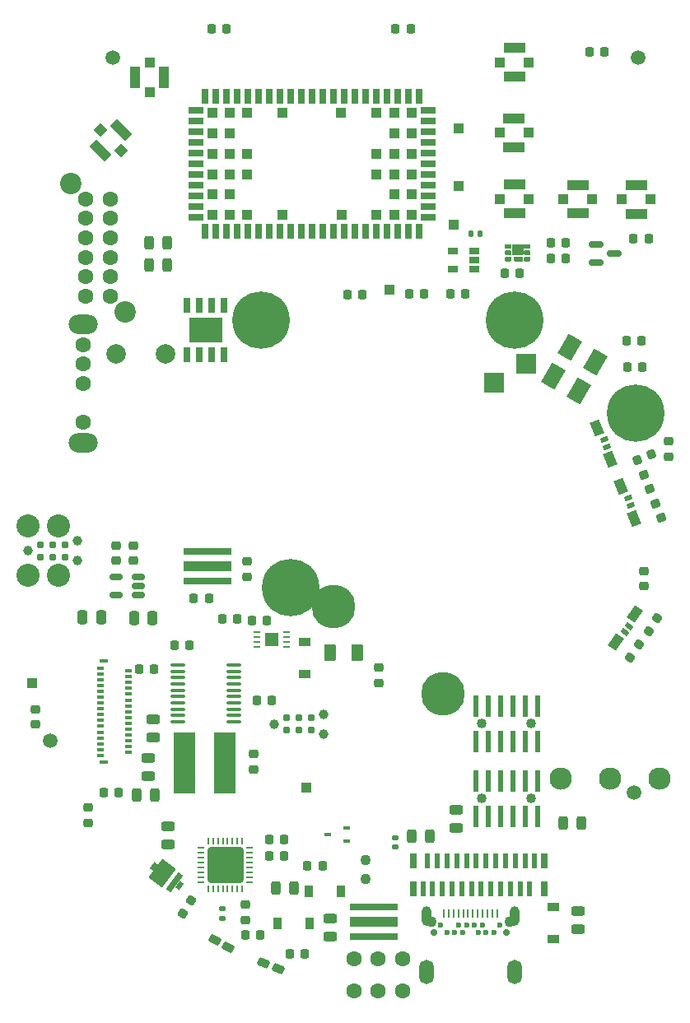
<source format=gbr>
G04 #@! TF.GenerationSoftware,KiCad,Pcbnew,6.0.11+dfsg-1~bpo11+1*
G04 #@! TF.CreationDate,2023-05-24T11:45:56-04:00*
G04 #@! TF.ProjectId,RUSP_Mainboard,52555350-5f4d-4616-996e-626f6172642e,rev?*
G04 #@! TF.SameCoordinates,Original*
G04 #@! TF.FileFunction,Soldermask,Top*
G04 #@! TF.FilePolarity,Negative*
%FSLAX46Y46*%
G04 Gerber Fmt 4.6, Leading zero omitted, Abs format (unit mm)*
G04 Created by KiCad (PCBNEW 6.0.11+dfsg-1~bpo11+1) date 2023-05-24 11:45:56*
%MOMM*%
%LPD*%
G01*
G04 APERTURE LIST*
G04 Aperture macros list*
%AMRoundRect*
0 Rectangle with rounded corners*
0 $1 Rounding radius*
0 $2 $3 $4 $5 $6 $7 $8 $9 X,Y pos of 4 corners*
0 Add a 4 corners polygon primitive as box body*
4,1,4,$2,$3,$4,$5,$6,$7,$8,$9,$2,$3,0*
0 Add four circle primitives for the rounded corners*
1,1,$1+$1,$2,$3*
1,1,$1+$1,$4,$5*
1,1,$1+$1,$6,$7*
1,1,$1+$1,$8,$9*
0 Add four rect primitives between the rounded corners*
20,1,$1+$1,$2,$3,$4,$5,0*
20,1,$1+$1,$4,$5,$6,$7,0*
20,1,$1+$1,$6,$7,$8,$9,0*
20,1,$1+$1,$8,$9,$2,$3,0*%
%AMRotRect*
0 Rectangle, with rotation*
0 The origin of the aperture is its center*
0 $1 length*
0 $2 width*
0 $3 Rotation angle, in degrees counterclockwise*
0 Add horizontal line*
21,1,$1,$2,0,0,$3*%
G04 Aperture macros list end*
%ADD10C,0.010000*%
%ADD11RoundRect,0.147500X0.172500X-0.147500X0.172500X0.147500X-0.172500X0.147500X-0.172500X-0.147500X0*%
%ADD12RoundRect,0.225000X-0.225000X-0.250000X0.225000X-0.250000X0.225000X0.250000X-0.225000X0.250000X0*%
%ADD13RoundRect,0.218750X-0.218750X-0.256250X0.218750X-0.256250X0.218750X0.256250X-0.218750X0.256250X0*%
%ADD14C,1.020000*%
%ADD15R,0.600000X2.250000*%
%ADD16C,2.300000*%
%ADD17R,0.800000X1.600000*%
%ADD18R,0.600000X1.600000*%
%ADD19R,1.200000X0.900000*%
%ADD20RoundRect,0.243750X-0.243750X-0.456250X0.243750X-0.456250X0.243750X0.456250X-0.243750X0.456250X0*%
%ADD21RoundRect,0.243750X0.456250X-0.243750X0.456250X0.243750X-0.456250X0.243750X-0.456250X-0.243750X0*%
%ADD22RoundRect,0.243750X0.243750X0.456250X-0.243750X0.456250X-0.243750X-0.456250X0.243750X-0.456250X0*%
%ADD23C,1.600000*%
%ADD24RoundRect,0.225000X0.225000X0.250000X-0.225000X0.250000X-0.225000X-0.250000X0.225000X-0.250000X0*%
%ADD25C,1.500000*%
%ADD26RoundRect,0.212500X-0.449585X-0.055039X0.297279X-0.341733X0.449585X0.055039X-0.297279X0.341733X0*%
%ADD27RoundRect,0.218750X-0.256250X0.218750X-0.256250X-0.218750X0.256250X-0.218750X0.256250X0.218750X0*%
%ADD28R,1.360000X1.460000*%
%ADD29R,0.750000X0.280000*%
%ADD30C,0.700000*%
%ADD31R,0.280000X0.890000*%
%ADD32C,0.600000*%
%ADD33O,1.000000X2.000000*%
%ADD34O,1.500000X2.500000*%
%ADD35C,1.100000*%
%ADD36R,0.800000X1.500000*%
%ADD37R,1.500000X0.800000*%
%ADD38R,1.100000X1.100000*%
%ADD39RoundRect,0.218750X0.256250X-0.218750X0.256250X0.218750X-0.256250X0.218750X-0.256250X-0.218750X0*%
%ADD40RoundRect,0.218750X-0.319536X0.106829X-0.155646X-0.298814X0.319536X-0.106829X0.155646X0.298814X0*%
%ADD41RoundRect,0.218750X0.084438X-0.326168X0.335378X0.032211X-0.084438X0.326168X-0.335378X-0.032211X0*%
%ADD42RoundRect,0.218750X-0.084438X0.326168X-0.335378X-0.032211X0.084438X-0.326168X0.335378X0.032211X0*%
%ADD43RoundRect,0.218750X0.218750X0.256250X-0.218750X0.256250X-0.218750X-0.256250X0.218750X-0.256250X0*%
%ADD44RoundRect,0.218750X0.319536X-0.106829X0.155646X0.298814X-0.319536X0.106829X-0.155646X-0.298814X0*%
%ADD45RoundRect,0.147500X-0.147500X-0.172500X0.147500X-0.172500X0.147500X0.172500X-0.147500X0.172500X0*%
%ADD46R,1.000000X1.000000*%
%ADD47R,1.050000X2.200000*%
%ADD48RotRect,1.000000X1.000000X45.000000*%
%ADD49RotRect,1.050000X2.200000X45.000000*%
%ADD50RoundRect,0.212500X-0.452942X0.000162X0.253416X-0.375415X0.452942X-0.000162X-0.253416X0.375415X0*%
%ADD51R,5.000000X0.700000*%
%ADD52R,5.000000X1.000000*%
%ADD53C,2.375000*%
%ADD54C,0.991000*%
%ADD55C,0.787000*%
%ADD56RoundRect,0.218750X-0.106829X-0.319536X0.298814X-0.155646X0.106829X0.319536X-0.298814X0.155646X0*%
%ADD57R,1.060000X0.650000*%
%ADD58RoundRect,0.243750X-0.456250X0.243750X-0.456250X-0.243750X0.456250X-0.243750X0.456250X0.243750X0*%
%ADD59R,0.700000X0.450000*%
%ADD60R,2.200000X6.300000*%
%ADD61R,2.200000X1.050000*%
%ADD62RoundRect,0.218750X0.101392X-0.321302X0.333232X0.049719X-0.101392X0.321302X-0.333232X-0.049719X0*%
%ADD63RotRect,0.800000X0.500000X53.000000*%
%ADD64RotRect,2.400000X1.750000X53.000000*%
%ADD65RotRect,2.150000X0.600000X53.000000*%
%ADD66RoundRect,0.150000X-0.587500X-0.150000X0.587500X-0.150000X0.587500X0.150000X-0.587500X0.150000X0*%
%ADD67R,0.950000X0.400000*%
%ADD68R,0.800000X0.300000*%
%ADD69R,0.650000X0.300000*%
%ADD70RoundRect,0.250000X-0.375000X-0.625000X0.375000X-0.625000X0.375000X0.625000X-0.375000X0.625000X0*%
%ADD71R,3.500000X2.610000*%
%ADD72RoundRect,0.147500X-0.172500X0.147500X-0.172500X-0.147500X0.172500X-0.147500X0.172500X0.147500X0*%
%ADD73RoundRect,0.225000X-0.250000X0.225000X-0.250000X-0.225000X0.250000X-0.225000X0.250000X0.225000X0*%
%ADD74RotRect,1.600000X2.300000X330.000000*%
%ADD75RoundRect,0.062500X0.312500X0.062500X-0.312500X0.062500X-0.312500X-0.062500X0.312500X-0.062500X0*%
%ADD76RoundRect,0.062500X0.062500X0.312500X-0.062500X0.312500X-0.062500X-0.312500X0.062500X-0.312500X0*%
%ADD77RoundRect,0.249999X1.575001X1.575001X-1.575001X1.575001X-1.575001X-1.575001X1.575001X-1.575001X0*%
%ADD78RoundRect,0.250000X-0.250000X-0.475000X0.250000X-0.475000X0.250000X0.475000X-0.250000X0.475000X0*%
%ADD79RoundRect,0.250000X0.250000X0.475000X-0.250000X0.475000X-0.250000X-0.475000X0.250000X-0.475000X0*%
%ADD80RoundRect,0.150000X0.512500X0.150000X-0.512500X0.150000X-0.512500X-0.150000X0.512500X-0.150000X0*%
%ADD81RoundRect,0.100000X0.637500X0.100000X-0.637500X0.100000X-0.637500X-0.100000X0.637500X-0.100000X0*%
%ADD82RotRect,0.500000X0.800000X112.000000*%
%ADD83RotRect,1.500000X1.000000X112.000000*%
%ADD84R,0.900000X1.200000*%
%ADD85R,2.000000X2.000000*%
%ADD86C,2.000000*%
%ADD87RotRect,0.500000X0.800000X55.000000*%
%ADD88RotRect,1.500000X1.000000X55.000000*%
%ADD89C,5.900000*%
%ADD90O,3.000000X2.000000*%
%ADD91C,2.200000*%
%ADD92C,4.500000*%
G04 APERTURE END LIST*
G36*
X163505234Y-78797637D02*
G01*
X163510453Y-78798048D01*
X163515643Y-78798731D01*
X163520791Y-78799685D01*
X163525882Y-78800907D01*
X163530902Y-78802394D01*
X163535837Y-78804142D01*
X163540674Y-78806145D01*
X163545399Y-78808399D01*
X163550000Y-78810897D01*
X163554464Y-78813633D01*
X163558779Y-78816598D01*
X163562932Y-78819785D01*
X163566913Y-78823186D01*
X163570711Y-78826789D01*
X163574314Y-78830587D01*
X163577715Y-78834568D01*
X163580902Y-78838721D01*
X163583867Y-78843036D01*
X163586603Y-78847500D01*
X163589101Y-78852101D01*
X163591355Y-78856826D01*
X163593358Y-78861663D01*
X163595106Y-78866598D01*
X163596593Y-78871618D01*
X163597815Y-78876709D01*
X163598769Y-78881857D01*
X163599452Y-78887047D01*
X163599863Y-78892266D01*
X163600000Y-78897500D01*
X163600000Y-79097500D01*
X163599863Y-79102734D01*
X163599452Y-79107953D01*
X163598769Y-79113143D01*
X163597815Y-79118291D01*
X163596593Y-79123382D01*
X163595106Y-79128402D01*
X163593358Y-79133337D01*
X163591355Y-79138174D01*
X163589101Y-79142899D01*
X163586603Y-79147500D01*
X163583867Y-79151964D01*
X163580902Y-79156279D01*
X163577715Y-79160432D01*
X163574314Y-79164413D01*
X163570711Y-79168211D01*
X163566913Y-79171814D01*
X163562932Y-79175215D01*
X163558779Y-79178402D01*
X163554464Y-79181367D01*
X163550000Y-79184103D01*
X163545399Y-79186601D01*
X163540674Y-79188855D01*
X163535837Y-79190858D01*
X163530902Y-79192606D01*
X163525882Y-79194093D01*
X163520791Y-79195315D01*
X163515643Y-79196269D01*
X163510453Y-79196952D01*
X163505234Y-79197363D01*
X163500000Y-79197500D01*
X163150000Y-79197500D01*
X163144766Y-79197363D01*
X163139547Y-79196952D01*
X163134357Y-79196269D01*
X163129209Y-79195315D01*
X163124118Y-79194093D01*
X163119098Y-79192606D01*
X163114163Y-79190858D01*
X163109326Y-79188855D01*
X163104601Y-79186601D01*
X163100000Y-79184103D01*
X163095536Y-79181367D01*
X163091221Y-79178402D01*
X163087068Y-79175215D01*
X163083087Y-79171814D01*
X163079289Y-79168211D01*
X163075686Y-79164413D01*
X163072285Y-79160432D01*
X163069098Y-79156279D01*
X163066133Y-79151964D01*
X163063397Y-79147500D01*
X163060899Y-79142899D01*
X163058645Y-79138174D01*
X163056642Y-79133337D01*
X163054894Y-79128402D01*
X163053407Y-79123382D01*
X163052185Y-79118291D01*
X163051231Y-79113143D01*
X163050548Y-79107953D01*
X163050137Y-79102734D01*
X163050000Y-79097500D01*
X163050000Y-78897500D01*
X163050137Y-78892266D01*
X163050548Y-78887047D01*
X163051231Y-78881857D01*
X163052185Y-78876709D01*
X163053407Y-78871618D01*
X163054894Y-78866598D01*
X163056642Y-78861663D01*
X163058645Y-78856826D01*
X163060899Y-78852101D01*
X163063397Y-78847500D01*
X163066133Y-78843036D01*
X163069098Y-78838721D01*
X163072285Y-78834568D01*
X163075686Y-78830587D01*
X163079289Y-78826789D01*
X163083087Y-78823186D01*
X163087068Y-78819785D01*
X163091221Y-78816598D01*
X163095536Y-78813633D01*
X163100000Y-78810897D01*
X163104601Y-78808399D01*
X163109326Y-78806145D01*
X163114163Y-78804142D01*
X163119098Y-78802394D01*
X163124118Y-78800907D01*
X163129209Y-78799685D01*
X163134357Y-78798731D01*
X163139547Y-78798048D01*
X163144766Y-78797637D01*
X163150000Y-78797500D01*
X163500000Y-78797500D01*
X163505234Y-78797637D01*
G37*
D10*
X163505234Y-78797637D02*
X163510453Y-78798048D01*
X163515643Y-78798731D01*
X163520791Y-78799685D01*
X163525882Y-78800907D01*
X163530902Y-78802394D01*
X163535837Y-78804142D01*
X163540674Y-78806145D01*
X163545399Y-78808399D01*
X163550000Y-78810897D01*
X163554464Y-78813633D01*
X163558779Y-78816598D01*
X163562932Y-78819785D01*
X163566913Y-78823186D01*
X163570711Y-78826789D01*
X163574314Y-78830587D01*
X163577715Y-78834568D01*
X163580902Y-78838721D01*
X163583867Y-78843036D01*
X163586603Y-78847500D01*
X163589101Y-78852101D01*
X163591355Y-78856826D01*
X163593358Y-78861663D01*
X163595106Y-78866598D01*
X163596593Y-78871618D01*
X163597815Y-78876709D01*
X163598769Y-78881857D01*
X163599452Y-78887047D01*
X163599863Y-78892266D01*
X163600000Y-78897500D01*
X163600000Y-79097500D01*
X163599863Y-79102734D01*
X163599452Y-79107953D01*
X163598769Y-79113143D01*
X163597815Y-79118291D01*
X163596593Y-79123382D01*
X163595106Y-79128402D01*
X163593358Y-79133337D01*
X163591355Y-79138174D01*
X163589101Y-79142899D01*
X163586603Y-79147500D01*
X163583867Y-79151964D01*
X163580902Y-79156279D01*
X163577715Y-79160432D01*
X163574314Y-79164413D01*
X163570711Y-79168211D01*
X163566913Y-79171814D01*
X163562932Y-79175215D01*
X163558779Y-79178402D01*
X163554464Y-79181367D01*
X163550000Y-79184103D01*
X163545399Y-79186601D01*
X163540674Y-79188855D01*
X163535837Y-79190858D01*
X163530902Y-79192606D01*
X163525882Y-79194093D01*
X163520791Y-79195315D01*
X163515643Y-79196269D01*
X163510453Y-79196952D01*
X163505234Y-79197363D01*
X163500000Y-79197500D01*
X163150000Y-79197500D01*
X163144766Y-79197363D01*
X163139547Y-79196952D01*
X163134357Y-79196269D01*
X163129209Y-79195315D01*
X163124118Y-79194093D01*
X163119098Y-79192606D01*
X163114163Y-79190858D01*
X163109326Y-79188855D01*
X163104601Y-79186601D01*
X163100000Y-79184103D01*
X163095536Y-79181367D01*
X163091221Y-79178402D01*
X163087068Y-79175215D01*
X163083087Y-79171814D01*
X163079289Y-79168211D01*
X163075686Y-79164413D01*
X163072285Y-79160432D01*
X163069098Y-79156279D01*
X163066133Y-79151964D01*
X163063397Y-79147500D01*
X163060899Y-79142899D01*
X163058645Y-79138174D01*
X163056642Y-79133337D01*
X163054894Y-79128402D01*
X163053407Y-79123382D01*
X163052185Y-79118291D01*
X163051231Y-79113143D01*
X163050548Y-79107953D01*
X163050137Y-79102734D01*
X163050000Y-79097500D01*
X163050000Y-78897500D01*
X163050137Y-78892266D01*
X163050548Y-78887047D01*
X163051231Y-78881857D01*
X163052185Y-78876709D01*
X163053407Y-78871618D01*
X163054894Y-78866598D01*
X163056642Y-78861663D01*
X163058645Y-78856826D01*
X163060899Y-78852101D01*
X163063397Y-78847500D01*
X163066133Y-78843036D01*
X163069098Y-78838721D01*
X163072285Y-78834568D01*
X163075686Y-78830587D01*
X163079289Y-78826789D01*
X163083087Y-78823186D01*
X163087068Y-78819785D01*
X163091221Y-78816598D01*
X163095536Y-78813633D01*
X163100000Y-78810897D01*
X163104601Y-78808399D01*
X163109326Y-78806145D01*
X163114163Y-78804142D01*
X163119098Y-78802394D01*
X163124118Y-78800907D01*
X163129209Y-78799685D01*
X163134357Y-78798731D01*
X163139547Y-78798048D01*
X163144766Y-78797637D01*
X163150000Y-78797500D01*
X163500000Y-78797500D01*
X163505234Y-78797637D01*
G36*
X164755234Y-78147637D02*
G01*
X164760453Y-78148048D01*
X164765643Y-78148731D01*
X164770791Y-78149685D01*
X164775882Y-78150907D01*
X164780902Y-78152394D01*
X164785837Y-78154142D01*
X164790674Y-78156145D01*
X164795399Y-78158399D01*
X164800000Y-78160897D01*
X164804464Y-78163633D01*
X164808779Y-78166598D01*
X164812932Y-78169785D01*
X164816913Y-78173186D01*
X164820711Y-78176789D01*
X164824314Y-78180587D01*
X164827715Y-78184568D01*
X164830902Y-78188721D01*
X164833867Y-78193036D01*
X164836603Y-78197500D01*
X164839101Y-78202101D01*
X164841355Y-78206826D01*
X164843358Y-78211663D01*
X164845106Y-78216598D01*
X164846593Y-78221618D01*
X164847815Y-78226709D01*
X164848769Y-78231857D01*
X164849452Y-78237047D01*
X164849863Y-78242266D01*
X164850000Y-78247500D01*
X164850000Y-79097500D01*
X164849863Y-79102734D01*
X164849452Y-79107953D01*
X164848769Y-79113143D01*
X164847815Y-79118291D01*
X164846593Y-79123382D01*
X164845106Y-79128402D01*
X164843358Y-79133337D01*
X164841355Y-79138174D01*
X164839101Y-79142899D01*
X164836603Y-79147500D01*
X164833867Y-79151964D01*
X164830902Y-79156279D01*
X164827715Y-79160432D01*
X164824314Y-79164413D01*
X164820711Y-79168211D01*
X164816913Y-79171814D01*
X164812932Y-79175215D01*
X164808779Y-79178402D01*
X164804464Y-79181367D01*
X164800000Y-79184103D01*
X164795399Y-79186601D01*
X164790674Y-79188855D01*
X164785837Y-79190858D01*
X164780902Y-79192606D01*
X164775882Y-79194093D01*
X164770791Y-79195315D01*
X164765643Y-79196269D01*
X164760453Y-79196952D01*
X164755234Y-79197363D01*
X164750000Y-79197500D01*
X163850000Y-79197500D01*
X163844766Y-79197363D01*
X163839547Y-79196952D01*
X163834357Y-79196269D01*
X163829209Y-79195315D01*
X163824118Y-79194093D01*
X163819098Y-79192606D01*
X163814163Y-79190858D01*
X163809326Y-79188855D01*
X163804601Y-79186601D01*
X163800000Y-79184103D01*
X163795536Y-79181367D01*
X163791221Y-79178402D01*
X163787068Y-79175215D01*
X163783087Y-79171814D01*
X163779289Y-79168211D01*
X163775686Y-79164413D01*
X163772285Y-79160432D01*
X163769098Y-79156279D01*
X163766133Y-79151964D01*
X163763397Y-79147500D01*
X163760899Y-79142899D01*
X163758645Y-79138174D01*
X163756642Y-79133337D01*
X163754894Y-79128402D01*
X163753407Y-79123382D01*
X163752185Y-79118291D01*
X163751231Y-79113143D01*
X163750548Y-79107953D01*
X163750137Y-79102734D01*
X163750000Y-79097500D01*
X163750000Y-78247500D01*
X163750137Y-78242266D01*
X163750548Y-78237047D01*
X163751231Y-78231857D01*
X163752185Y-78226709D01*
X163753407Y-78221618D01*
X163754894Y-78216598D01*
X163756642Y-78211663D01*
X163758645Y-78206826D01*
X163760899Y-78202101D01*
X163763397Y-78197500D01*
X163766133Y-78193036D01*
X163769098Y-78188721D01*
X163772285Y-78184568D01*
X163775686Y-78180587D01*
X163779289Y-78176789D01*
X163783087Y-78173186D01*
X163787068Y-78169785D01*
X163791221Y-78166598D01*
X163795536Y-78163633D01*
X163800000Y-78160897D01*
X163804601Y-78158399D01*
X163809326Y-78156145D01*
X163814163Y-78154142D01*
X163819098Y-78152394D01*
X163824118Y-78150907D01*
X163829209Y-78149685D01*
X163834357Y-78148731D01*
X163839547Y-78148048D01*
X163844766Y-78147637D01*
X163850000Y-78147500D01*
X164750000Y-78147500D01*
X164755234Y-78147637D01*
G37*
X164755234Y-78147637D02*
X164760453Y-78148048D01*
X164765643Y-78148731D01*
X164770791Y-78149685D01*
X164775882Y-78150907D01*
X164780902Y-78152394D01*
X164785837Y-78154142D01*
X164790674Y-78156145D01*
X164795399Y-78158399D01*
X164800000Y-78160897D01*
X164804464Y-78163633D01*
X164808779Y-78166598D01*
X164812932Y-78169785D01*
X164816913Y-78173186D01*
X164820711Y-78176789D01*
X164824314Y-78180587D01*
X164827715Y-78184568D01*
X164830902Y-78188721D01*
X164833867Y-78193036D01*
X164836603Y-78197500D01*
X164839101Y-78202101D01*
X164841355Y-78206826D01*
X164843358Y-78211663D01*
X164845106Y-78216598D01*
X164846593Y-78221618D01*
X164847815Y-78226709D01*
X164848769Y-78231857D01*
X164849452Y-78237047D01*
X164849863Y-78242266D01*
X164850000Y-78247500D01*
X164850000Y-79097500D01*
X164849863Y-79102734D01*
X164849452Y-79107953D01*
X164848769Y-79113143D01*
X164847815Y-79118291D01*
X164846593Y-79123382D01*
X164845106Y-79128402D01*
X164843358Y-79133337D01*
X164841355Y-79138174D01*
X164839101Y-79142899D01*
X164836603Y-79147500D01*
X164833867Y-79151964D01*
X164830902Y-79156279D01*
X164827715Y-79160432D01*
X164824314Y-79164413D01*
X164820711Y-79168211D01*
X164816913Y-79171814D01*
X164812932Y-79175215D01*
X164808779Y-79178402D01*
X164804464Y-79181367D01*
X164800000Y-79184103D01*
X164795399Y-79186601D01*
X164790674Y-79188855D01*
X164785837Y-79190858D01*
X164780902Y-79192606D01*
X164775882Y-79194093D01*
X164770791Y-79195315D01*
X164765643Y-79196269D01*
X164760453Y-79196952D01*
X164755234Y-79197363D01*
X164750000Y-79197500D01*
X163850000Y-79197500D01*
X163844766Y-79197363D01*
X163839547Y-79196952D01*
X163834357Y-79196269D01*
X163829209Y-79195315D01*
X163824118Y-79194093D01*
X163819098Y-79192606D01*
X163814163Y-79190858D01*
X163809326Y-79188855D01*
X163804601Y-79186601D01*
X163800000Y-79184103D01*
X163795536Y-79181367D01*
X163791221Y-79178402D01*
X163787068Y-79175215D01*
X163783087Y-79171814D01*
X163779289Y-79168211D01*
X163775686Y-79164413D01*
X163772285Y-79160432D01*
X163769098Y-79156279D01*
X163766133Y-79151964D01*
X163763397Y-79147500D01*
X163760899Y-79142899D01*
X163758645Y-79138174D01*
X163756642Y-79133337D01*
X163754894Y-79128402D01*
X163753407Y-79123382D01*
X163752185Y-79118291D01*
X163751231Y-79113143D01*
X163750548Y-79107953D01*
X163750137Y-79102734D01*
X163750000Y-79097500D01*
X163750000Y-78247500D01*
X163750137Y-78242266D01*
X163750548Y-78237047D01*
X163751231Y-78231857D01*
X163752185Y-78226709D01*
X163753407Y-78221618D01*
X163754894Y-78216598D01*
X163756642Y-78211663D01*
X163758645Y-78206826D01*
X163760899Y-78202101D01*
X163763397Y-78197500D01*
X163766133Y-78193036D01*
X163769098Y-78188721D01*
X163772285Y-78184568D01*
X163775686Y-78180587D01*
X163779289Y-78176789D01*
X163783087Y-78173186D01*
X163787068Y-78169785D01*
X163791221Y-78166598D01*
X163795536Y-78163633D01*
X163800000Y-78160897D01*
X163804601Y-78158399D01*
X163809326Y-78156145D01*
X163814163Y-78154142D01*
X163819098Y-78152394D01*
X163824118Y-78150907D01*
X163829209Y-78149685D01*
X163834357Y-78148731D01*
X163839547Y-78148048D01*
X163844766Y-78147637D01*
X163850000Y-78147500D01*
X164750000Y-78147500D01*
X164755234Y-78147637D01*
G36*
X165455234Y-79447637D02*
G01*
X165460453Y-79448048D01*
X165465643Y-79448731D01*
X165470791Y-79449685D01*
X165475882Y-79450907D01*
X165480902Y-79452394D01*
X165485837Y-79454142D01*
X165490674Y-79456145D01*
X165495399Y-79458399D01*
X165500000Y-79460897D01*
X165504464Y-79463633D01*
X165508779Y-79466598D01*
X165512932Y-79469785D01*
X165516913Y-79473186D01*
X165520711Y-79476789D01*
X165524314Y-79480587D01*
X165527715Y-79484568D01*
X165530902Y-79488721D01*
X165533867Y-79493036D01*
X165536603Y-79497500D01*
X165539101Y-79502101D01*
X165541355Y-79506826D01*
X165543358Y-79511663D01*
X165545106Y-79516598D01*
X165546593Y-79521618D01*
X165547815Y-79526709D01*
X165548769Y-79531857D01*
X165549452Y-79537047D01*
X165549863Y-79542266D01*
X165550000Y-79547500D01*
X165550000Y-79747500D01*
X165549863Y-79752734D01*
X165549452Y-79757953D01*
X165548769Y-79763143D01*
X165547815Y-79768291D01*
X165546593Y-79773382D01*
X165545106Y-79778402D01*
X165543358Y-79783337D01*
X165541355Y-79788174D01*
X165539101Y-79792899D01*
X165536603Y-79797500D01*
X165533867Y-79801964D01*
X165530902Y-79806279D01*
X165527715Y-79810432D01*
X165524314Y-79814413D01*
X165520711Y-79818211D01*
X165516913Y-79821814D01*
X165512932Y-79825215D01*
X165508779Y-79828402D01*
X165504464Y-79831367D01*
X165500000Y-79834103D01*
X165495399Y-79836601D01*
X165490674Y-79838855D01*
X165485837Y-79840858D01*
X165480902Y-79842606D01*
X165475882Y-79844093D01*
X165470791Y-79845315D01*
X165465643Y-79846269D01*
X165460453Y-79846952D01*
X165455234Y-79847363D01*
X165450000Y-79847500D01*
X165100000Y-79847500D01*
X165094766Y-79847363D01*
X165089547Y-79846952D01*
X165084357Y-79846269D01*
X165079209Y-79845315D01*
X165074118Y-79844093D01*
X165069098Y-79842606D01*
X165064163Y-79840858D01*
X165059326Y-79838855D01*
X165054601Y-79836601D01*
X165050000Y-79834103D01*
X165045536Y-79831367D01*
X165041221Y-79828402D01*
X165037068Y-79825215D01*
X165033087Y-79821814D01*
X165029289Y-79818211D01*
X165025686Y-79814413D01*
X165022285Y-79810432D01*
X165019098Y-79806279D01*
X165016133Y-79801964D01*
X165013397Y-79797500D01*
X165010899Y-79792899D01*
X165008645Y-79788174D01*
X165006642Y-79783337D01*
X165004894Y-79778402D01*
X165003407Y-79773382D01*
X165002185Y-79768291D01*
X165001231Y-79763143D01*
X165000548Y-79757953D01*
X165000137Y-79752734D01*
X165000000Y-79747500D01*
X165000000Y-79547500D01*
X165000137Y-79542266D01*
X165000548Y-79537047D01*
X165001231Y-79531857D01*
X165002185Y-79526709D01*
X165003407Y-79521618D01*
X165004894Y-79516598D01*
X165006642Y-79511663D01*
X165008645Y-79506826D01*
X165010899Y-79502101D01*
X165013397Y-79497500D01*
X165016133Y-79493036D01*
X165019098Y-79488721D01*
X165022285Y-79484568D01*
X165025686Y-79480587D01*
X165029289Y-79476789D01*
X165033087Y-79473186D01*
X165037068Y-79469785D01*
X165041221Y-79466598D01*
X165045536Y-79463633D01*
X165050000Y-79460897D01*
X165054601Y-79458399D01*
X165059326Y-79456145D01*
X165064163Y-79454142D01*
X165069098Y-79452394D01*
X165074118Y-79450907D01*
X165079209Y-79449685D01*
X165084357Y-79448731D01*
X165089547Y-79448048D01*
X165094766Y-79447637D01*
X165100000Y-79447500D01*
X165450000Y-79447500D01*
X165455234Y-79447637D01*
G37*
X165455234Y-79447637D02*
X165460453Y-79448048D01*
X165465643Y-79448731D01*
X165470791Y-79449685D01*
X165475882Y-79450907D01*
X165480902Y-79452394D01*
X165485837Y-79454142D01*
X165490674Y-79456145D01*
X165495399Y-79458399D01*
X165500000Y-79460897D01*
X165504464Y-79463633D01*
X165508779Y-79466598D01*
X165512932Y-79469785D01*
X165516913Y-79473186D01*
X165520711Y-79476789D01*
X165524314Y-79480587D01*
X165527715Y-79484568D01*
X165530902Y-79488721D01*
X165533867Y-79493036D01*
X165536603Y-79497500D01*
X165539101Y-79502101D01*
X165541355Y-79506826D01*
X165543358Y-79511663D01*
X165545106Y-79516598D01*
X165546593Y-79521618D01*
X165547815Y-79526709D01*
X165548769Y-79531857D01*
X165549452Y-79537047D01*
X165549863Y-79542266D01*
X165550000Y-79547500D01*
X165550000Y-79747500D01*
X165549863Y-79752734D01*
X165549452Y-79757953D01*
X165548769Y-79763143D01*
X165547815Y-79768291D01*
X165546593Y-79773382D01*
X165545106Y-79778402D01*
X165543358Y-79783337D01*
X165541355Y-79788174D01*
X165539101Y-79792899D01*
X165536603Y-79797500D01*
X165533867Y-79801964D01*
X165530902Y-79806279D01*
X165527715Y-79810432D01*
X165524314Y-79814413D01*
X165520711Y-79818211D01*
X165516913Y-79821814D01*
X165512932Y-79825215D01*
X165508779Y-79828402D01*
X165504464Y-79831367D01*
X165500000Y-79834103D01*
X165495399Y-79836601D01*
X165490674Y-79838855D01*
X165485837Y-79840858D01*
X165480902Y-79842606D01*
X165475882Y-79844093D01*
X165470791Y-79845315D01*
X165465643Y-79846269D01*
X165460453Y-79846952D01*
X165455234Y-79847363D01*
X165450000Y-79847500D01*
X165100000Y-79847500D01*
X165094766Y-79847363D01*
X165089547Y-79846952D01*
X165084357Y-79846269D01*
X165079209Y-79845315D01*
X165074118Y-79844093D01*
X165069098Y-79842606D01*
X165064163Y-79840858D01*
X165059326Y-79838855D01*
X165054601Y-79836601D01*
X165050000Y-79834103D01*
X165045536Y-79831367D01*
X165041221Y-79828402D01*
X165037068Y-79825215D01*
X165033087Y-79821814D01*
X165029289Y-79818211D01*
X165025686Y-79814413D01*
X165022285Y-79810432D01*
X165019098Y-79806279D01*
X165016133Y-79801964D01*
X165013397Y-79797500D01*
X165010899Y-79792899D01*
X165008645Y-79788174D01*
X165006642Y-79783337D01*
X165004894Y-79778402D01*
X165003407Y-79773382D01*
X165002185Y-79768291D01*
X165001231Y-79763143D01*
X165000548Y-79757953D01*
X165000137Y-79752734D01*
X165000000Y-79747500D01*
X165000000Y-79547500D01*
X165000137Y-79542266D01*
X165000548Y-79537047D01*
X165001231Y-79531857D01*
X165002185Y-79526709D01*
X165003407Y-79521618D01*
X165004894Y-79516598D01*
X165006642Y-79511663D01*
X165008645Y-79506826D01*
X165010899Y-79502101D01*
X165013397Y-79497500D01*
X165016133Y-79493036D01*
X165019098Y-79488721D01*
X165022285Y-79484568D01*
X165025686Y-79480587D01*
X165029289Y-79476789D01*
X165033087Y-79473186D01*
X165037068Y-79469785D01*
X165041221Y-79466598D01*
X165045536Y-79463633D01*
X165050000Y-79460897D01*
X165054601Y-79458399D01*
X165059326Y-79456145D01*
X165064163Y-79454142D01*
X165069098Y-79452394D01*
X165074118Y-79450907D01*
X165079209Y-79449685D01*
X165084357Y-79448731D01*
X165089547Y-79448048D01*
X165094766Y-79447637D01*
X165100000Y-79447500D01*
X165450000Y-79447500D01*
X165455234Y-79447637D01*
G36*
X163505234Y-79447637D02*
G01*
X163510453Y-79448048D01*
X163515643Y-79448731D01*
X163520791Y-79449685D01*
X163525882Y-79450907D01*
X163530902Y-79452394D01*
X163535837Y-79454142D01*
X163540674Y-79456145D01*
X163545399Y-79458399D01*
X163550000Y-79460897D01*
X163554464Y-79463633D01*
X163558779Y-79466598D01*
X163562932Y-79469785D01*
X163566913Y-79473186D01*
X163570711Y-79476789D01*
X163574314Y-79480587D01*
X163577715Y-79484568D01*
X163580902Y-79488721D01*
X163583867Y-79493036D01*
X163586603Y-79497500D01*
X163589101Y-79502101D01*
X163591355Y-79506826D01*
X163593358Y-79511663D01*
X163595106Y-79516598D01*
X163596593Y-79521618D01*
X163597815Y-79526709D01*
X163598769Y-79531857D01*
X163599452Y-79537047D01*
X163599863Y-79542266D01*
X163600000Y-79547500D01*
X163600000Y-79747500D01*
X163599863Y-79752734D01*
X163599452Y-79757953D01*
X163598769Y-79763143D01*
X163597815Y-79768291D01*
X163596593Y-79773382D01*
X163595106Y-79778402D01*
X163593358Y-79783337D01*
X163591355Y-79788174D01*
X163589101Y-79792899D01*
X163586603Y-79797500D01*
X163583867Y-79801964D01*
X163580902Y-79806279D01*
X163577715Y-79810432D01*
X163574314Y-79814413D01*
X163570711Y-79818211D01*
X163566913Y-79821814D01*
X163562932Y-79825215D01*
X163558779Y-79828402D01*
X163554464Y-79831367D01*
X163550000Y-79834103D01*
X163545399Y-79836601D01*
X163540674Y-79838855D01*
X163535837Y-79840858D01*
X163530902Y-79842606D01*
X163525882Y-79844093D01*
X163520791Y-79845315D01*
X163515643Y-79846269D01*
X163510453Y-79846952D01*
X163505234Y-79847363D01*
X163500000Y-79847500D01*
X163150000Y-79847500D01*
X163144766Y-79847363D01*
X163139547Y-79846952D01*
X163134357Y-79846269D01*
X163129209Y-79845315D01*
X163124118Y-79844093D01*
X163119098Y-79842606D01*
X163114163Y-79840858D01*
X163109326Y-79838855D01*
X163104601Y-79836601D01*
X163100000Y-79834103D01*
X163095536Y-79831367D01*
X163091221Y-79828402D01*
X163087068Y-79825215D01*
X163083087Y-79821814D01*
X163079289Y-79818211D01*
X163075686Y-79814413D01*
X163072285Y-79810432D01*
X163069098Y-79806279D01*
X163066133Y-79801964D01*
X163063397Y-79797500D01*
X163060899Y-79792899D01*
X163058645Y-79788174D01*
X163056642Y-79783337D01*
X163054894Y-79778402D01*
X163053407Y-79773382D01*
X163052185Y-79768291D01*
X163051231Y-79763143D01*
X163050548Y-79757953D01*
X163050137Y-79752734D01*
X163050000Y-79747500D01*
X163050000Y-79547500D01*
X163050137Y-79542266D01*
X163050548Y-79537047D01*
X163051231Y-79531857D01*
X163052185Y-79526709D01*
X163053407Y-79521618D01*
X163054894Y-79516598D01*
X163056642Y-79511663D01*
X163058645Y-79506826D01*
X163060899Y-79502101D01*
X163063397Y-79497500D01*
X163066133Y-79493036D01*
X163069098Y-79488721D01*
X163072285Y-79484568D01*
X163075686Y-79480587D01*
X163079289Y-79476789D01*
X163083087Y-79473186D01*
X163087068Y-79469785D01*
X163091221Y-79466598D01*
X163095536Y-79463633D01*
X163100000Y-79460897D01*
X163104601Y-79458399D01*
X163109326Y-79456145D01*
X163114163Y-79454142D01*
X163119098Y-79452394D01*
X163124118Y-79450907D01*
X163129209Y-79449685D01*
X163134357Y-79448731D01*
X163139547Y-79448048D01*
X163144766Y-79447637D01*
X163150000Y-79447500D01*
X163500000Y-79447500D01*
X163505234Y-79447637D01*
G37*
X163505234Y-79447637D02*
X163510453Y-79448048D01*
X163515643Y-79448731D01*
X163520791Y-79449685D01*
X163525882Y-79450907D01*
X163530902Y-79452394D01*
X163535837Y-79454142D01*
X163540674Y-79456145D01*
X163545399Y-79458399D01*
X163550000Y-79460897D01*
X163554464Y-79463633D01*
X163558779Y-79466598D01*
X163562932Y-79469785D01*
X163566913Y-79473186D01*
X163570711Y-79476789D01*
X163574314Y-79480587D01*
X163577715Y-79484568D01*
X163580902Y-79488721D01*
X163583867Y-79493036D01*
X163586603Y-79497500D01*
X163589101Y-79502101D01*
X163591355Y-79506826D01*
X163593358Y-79511663D01*
X163595106Y-79516598D01*
X163596593Y-79521618D01*
X163597815Y-79526709D01*
X163598769Y-79531857D01*
X163599452Y-79537047D01*
X163599863Y-79542266D01*
X163600000Y-79547500D01*
X163600000Y-79747500D01*
X163599863Y-79752734D01*
X163599452Y-79757953D01*
X163598769Y-79763143D01*
X163597815Y-79768291D01*
X163596593Y-79773382D01*
X163595106Y-79778402D01*
X163593358Y-79783337D01*
X163591355Y-79788174D01*
X163589101Y-79792899D01*
X163586603Y-79797500D01*
X163583867Y-79801964D01*
X163580902Y-79806279D01*
X163577715Y-79810432D01*
X163574314Y-79814413D01*
X163570711Y-79818211D01*
X163566913Y-79821814D01*
X163562932Y-79825215D01*
X163558779Y-79828402D01*
X163554464Y-79831367D01*
X163550000Y-79834103D01*
X163545399Y-79836601D01*
X163540674Y-79838855D01*
X163535837Y-79840858D01*
X163530902Y-79842606D01*
X163525882Y-79844093D01*
X163520791Y-79845315D01*
X163515643Y-79846269D01*
X163510453Y-79846952D01*
X163505234Y-79847363D01*
X163500000Y-79847500D01*
X163150000Y-79847500D01*
X163144766Y-79847363D01*
X163139547Y-79846952D01*
X163134357Y-79846269D01*
X163129209Y-79845315D01*
X163124118Y-79844093D01*
X163119098Y-79842606D01*
X163114163Y-79840858D01*
X163109326Y-79838855D01*
X163104601Y-79836601D01*
X163100000Y-79834103D01*
X163095536Y-79831367D01*
X163091221Y-79828402D01*
X163087068Y-79825215D01*
X163083087Y-79821814D01*
X163079289Y-79818211D01*
X163075686Y-79814413D01*
X163072285Y-79810432D01*
X163069098Y-79806279D01*
X163066133Y-79801964D01*
X163063397Y-79797500D01*
X163060899Y-79792899D01*
X163058645Y-79788174D01*
X163056642Y-79783337D01*
X163054894Y-79778402D01*
X163053407Y-79773382D01*
X163052185Y-79768291D01*
X163051231Y-79763143D01*
X163050548Y-79757953D01*
X163050137Y-79752734D01*
X163050000Y-79747500D01*
X163050000Y-79547500D01*
X163050137Y-79542266D01*
X163050548Y-79537047D01*
X163051231Y-79531857D01*
X163052185Y-79526709D01*
X163053407Y-79521618D01*
X163054894Y-79516598D01*
X163056642Y-79511663D01*
X163058645Y-79506826D01*
X163060899Y-79502101D01*
X163063397Y-79497500D01*
X163066133Y-79493036D01*
X163069098Y-79488721D01*
X163072285Y-79484568D01*
X163075686Y-79480587D01*
X163079289Y-79476789D01*
X163083087Y-79473186D01*
X163087068Y-79469785D01*
X163091221Y-79466598D01*
X163095536Y-79463633D01*
X163100000Y-79460897D01*
X163104601Y-79458399D01*
X163109326Y-79456145D01*
X163114163Y-79454142D01*
X163119098Y-79452394D01*
X163124118Y-79450907D01*
X163129209Y-79449685D01*
X163134357Y-79448731D01*
X163139547Y-79448048D01*
X163144766Y-79447637D01*
X163150000Y-79447500D01*
X163500000Y-79447500D01*
X163505234Y-79447637D01*
G36*
X163505234Y-78147637D02*
G01*
X163510453Y-78148048D01*
X163515643Y-78148731D01*
X163520791Y-78149685D01*
X163525882Y-78150907D01*
X163530902Y-78152394D01*
X163535837Y-78154142D01*
X163540674Y-78156145D01*
X163545399Y-78158399D01*
X163550000Y-78160897D01*
X163554464Y-78163633D01*
X163558779Y-78166598D01*
X163562932Y-78169785D01*
X163566913Y-78173186D01*
X163570711Y-78176789D01*
X163574314Y-78180587D01*
X163577715Y-78184568D01*
X163580902Y-78188721D01*
X163583867Y-78193036D01*
X163586603Y-78197500D01*
X163589101Y-78202101D01*
X163591355Y-78206826D01*
X163593358Y-78211663D01*
X163595106Y-78216598D01*
X163596593Y-78221618D01*
X163597815Y-78226709D01*
X163598769Y-78231857D01*
X163599452Y-78237047D01*
X163599863Y-78242266D01*
X163600000Y-78247500D01*
X163600000Y-78447500D01*
X163599863Y-78452734D01*
X163599452Y-78457953D01*
X163598769Y-78463143D01*
X163597815Y-78468291D01*
X163596593Y-78473382D01*
X163595106Y-78478402D01*
X163593358Y-78483337D01*
X163591355Y-78488174D01*
X163589101Y-78492899D01*
X163586603Y-78497500D01*
X163583867Y-78501964D01*
X163580902Y-78506279D01*
X163577715Y-78510432D01*
X163574314Y-78514413D01*
X163570711Y-78518211D01*
X163566913Y-78521814D01*
X163562932Y-78525215D01*
X163558779Y-78528402D01*
X163554464Y-78531367D01*
X163550000Y-78534103D01*
X163545399Y-78536601D01*
X163540674Y-78538855D01*
X163535837Y-78540858D01*
X163530902Y-78542606D01*
X163525882Y-78544093D01*
X163520791Y-78545315D01*
X163515643Y-78546269D01*
X163510453Y-78546952D01*
X163505234Y-78547363D01*
X163500000Y-78547500D01*
X163150000Y-78547500D01*
X163144766Y-78547363D01*
X163139547Y-78546952D01*
X163134357Y-78546269D01*
X163129209Y-78545315D01*
X163124118Y-78544093D01*
X163119098Y-78542606D01*
X163114163Y-78540858D01*
X163109326Y-78538855D01*
X163104601Y-78536601D01*
X163100000Y-78534103D01*
X163095536Y-78531367D01*
X163091221Y-78528402D01*
X163087068Y-78525215D01*
X163083087Y-78521814D01*
X163079289Y-78518211D01*
X163075686Y-78514413D01*
X163072285Y-78510432D01*
X163069098Y-78506279D01*
X163066133Y-78501964D01*
X163063397Y-78497500D01*
X163060899Y-78492899D01*
X163058645Y-78488174D01*
X163056642Y-78483337D01*
X163054894Y-78478402D01*
X163053407Y-78473382D01*
X163052185Y-78468291D01*
X163051231Y-78463143D01*
X163050548Y-78457953D01*
X163050137Y-78452734D01*
X163050000Y-78447500D01*
X163050000Y-78247500D01*
X163050137Y-78242266D01*
X163050548Y-78237047D01*
X163051231Y-78231857D01*
X163052185Y-78226709D01*
X163053407Y-78221618D01*
X163054894Y-78216598D01*
X163056642Y-78211663D01*
X163058645Y-78206826D01*
X163060899Y-78202101D01*
X163063397Y-78197500D01*
X163066133Y-78193036D01*
X163069098Y-78188721D01*
X163072285Y-78184568D01*
X163075686Y-78180587D01*
X163079289Y-78176789D01*
X163083087Y-78173186D01*
X163087068Y-78169785D01*
X163091221Y-78166598D01*
X163095536Y-78163633D01*
X163100000Y-78160897D01*
X163104601Y-78158399D01*
X163109326Y-78156145D01*
X163114163Y-78154142D01*
X163119098Y-78152394D01*
X163124118Y-78150907D01*
X163129209Y-78149685D01*
X163134357Y-78148731D01*
X163139547Y-78148048D01*
X163144766Y-78147637D01*
X163150000Y-78147500D01*
X163500000Y-78147500D01*
X163505234Y-78147637D01*
G37*
X163505234Y-78147637D02*
X163510453Y-78148048D01*
X163515643Y-78148731D01*
X163520791Y-78149685D01*
X163525882Y-78150907D01*
X163530902Y-78152394D01*
X163535837Y-78154142D01*
X163540674Y-78156145D01*
X163545399Y-78158399D01*
X163550000Y-78160897D01*
X163554464Y-78163633D01*
X163558779Y-78166598D01*
X163562932Y-78169785D01*
X163566913Y-78173186D01*
X163570711Y-78176789D01*
X163574314Y-78180587D01*
X163577715Y-78184568D01*
X163580902Y-78188721D01*
X163583867Y-78193036D01*
X163586603Y-78197500D01*
X163589101Y-78202101D01*
X163591355Y-78206826D01*
X163593358Y-78211663D01*
X163595106Y-78216598D01*
X163596593Y-78221618D01*
X163597815Y-78226709D01*
X163598769Y-78231857D01*
X163599452Y-78237047D01*
X163599863Y-78242266D01*
X163600000Y-78247500D01*
X163600000Y-78447500D01*
X163599863Y-78452734D01*
X163599452Y-78457953D01*
X163598769Y-78463143D01*
X163597815Y-78468291D01*
X163596593Y-78473382D01*
X163595106Y-78478402D01*
X163593358Y-78483337D01*
X163591355Y-78488174D01*
X163589101Y-78492899D01*
X163586603Y-78497500D01*
X163583867Y-78501964D01*
X163580902Y-78506279D01*
X163577715Y-78510432D01*
X163574314Y-78514413D01*
X163570711Y-78518211D01*
X163566913Y-78521814D01*
X163562932Y-78525215D01*
X163558779Y-78528402D01*
X163554464Y-78531367D01*
X163550000Y-78534103D01*
X163545399Y-78536601D01*
X163540674Y-78538855D01*
X163535837Y-78540858D01*
X163530902Y-78542606D01*
X163525882Y-78544093D01*
X163520791Y-78545315D01*
X163515643Y-78546269D01*
X163510453Y-78546952D01*
X163505234Y-78547363D01*
X163500000Y-78547500D01*
X163150000Y-78547500D01*
X163144766Y-78547363D01*
X163139547Y-78546952D01*
X163134357Y-78546269D01*
X163129209Y-78545315D01*
X163124118Y-78544093D01*
X163119098Y-78542606D01*
X163114163Y-78540858D01*
X163109326Y-78538855D01*
X163104601Y-78536601D01*
X163100000Y-78534103D01*
X163095536Y-78531367D01*
X163091221Y-78528402D01*
X163087068Y-78525215D01*
X163083087Y-78521814D01*
X163079289Y-78518211D01*
X163075686Y-78514413D01*
X163072285Y-78510432D01*
X163069098Y-78506279D01*
X163066133Y-78501964D01*
X163063397Y-78497500D01*
X163060899Y-78492899D01*
X163058645Y-78488174D01*
X163056642Y-78483337D01*
X163054894Y-78478402D01*
X163053407Y-78473382D01*
X163052185Y-78468291D01*
X163051231Y-78463143D01*
X163050548Y-78457953D01*
X163050137Y-78452734D01*
X163050000Y-78447500D01*
X163050000Y-78247500D01*
X163050137Y-78242266D01*
X163050548Y-78237047D01*
X163051231Y-78231857D01*
X163052185Y-78226709D01*
X163053407Y-78221618D01*
X163054894Y-78216598D01*
X163056642Y-78211663D01*
X163058645Y-78206826D01*
X163060899Y-78202101D01*
X163063397Y-78197500D01*
X163066133Y-78193036D01*
X163069098Y-78188721D01*
X163072285Y-78184568D01*
X163075686Y-78180587D01*
X163079289Y-78176789D01*
X163083087Y-78173186D01*
X163087068Y-78169785D01*
X163091221Y-78166598D01*
X163095536Y-78163633D01*
X163100000Y-78160897D01*
X163104601Y-78158399D01*
X163109326Y-78156145D01*
X163114163Y-78154142D01*
X163119098Y-78152394D01*
X163124118Y-78150907D01*
X163129209Y-78149685D01*
X163134357Y-78148731D01*
X163139547Y-78148048D01*
X163144766Y-78147637D01*
X163150000Y-78147500D01*
X163500000Y-78147500D01*
X163505234Y-78147637D01*
G36*
X165455234Y-78147637D02*
G01*
X165460453Y-78148048D01*
X165465643Y-78148731D01*
X165470791Y-78149685D01*
X165475882Y-78150907D01*
X165480902Y-78152394D01*
X165485837Y-78154142D01*
X165490674Y-78156145D01*
X165495399Y-78158399D01*
X165500000Y-78160897D01*
X165504464Y-78163633D01*
X165508779Y-78166598D01*
X165512932Y-78169785D01*
X165516913Y-78173186D01*
X165520711Y-78176789D01*
X165524314Y-78180587D01*
X165527715Y-78184568D01*
X165530902Y-78188721D01*
X165533867Y-78193036D01*
X165536603Y-78197500D01*
X165539101Y-78202101D01*
X165541355Y-78206826D01*
X165543358Y-78211663D01*
X165545106Y-78216598D01*
X165546593Y-78221618D01*
X165547815Y-78226709D01*
X165548769Y-78231857D01*
X165549452Y-78237047D01*
X165549863Y-78242266D01*
X165550000Y-78247500D01*
X165550000Y-78447500D01*
X165549863Y-78452734D01*
X165549452Y-78457953D01*
X165548769Y-78463143D01*
X165547815Y-78468291D01*
X165546593Y-78473382D01*
X165545106Y-78478402D01*
X165543358Y-78483337D01*
X165541355Y-78488174D01*
X165539101Y-78492899D01*
X165536603Y-78497500D01*
X165533867Y-78501964D01*
X165530902Y-78506279D01*
X165527715Y-78510432D01*
X165524314Y-78514413D01*
X165520711Y-78518211D01*
X165516913Y-78521814D01*
X165512932Y-78525215D01*
X165508779Y-78528402D01*
X165504464Y-78531367D01*
X165500000Y-78534103D01*
X165495399Y-78536601D01*
X165490674Y-78538855D01*
X165485837Y-78540858D01*
X165480902Y-78542606D01*
X165475882Y-78544093D01*
X165470791Y-78545315D01*
X165465643Y-78546269D01*
X165460453Y-78546952D01*
X165455234Y-78547363D01*
X165450000Y-78547500D01*
X165100000Y-78547500D01*
X165094766Y-78547363D01*
X165089547Y-78546952D01*
X165084357Y-78546269D01*
X165079209Y-78545315D01*
X165074118Y-78544093D01*
X165069098Y-78542606D01*
X165064163Y-78540858D01*
X165059326Y-78538855D01*
X165054601Y-78536601D01*
X165050000Y-78534103D01*
X165045536Y-78531367D01*
X165041221Y-78528402D01*
X165037068Y-78525215D01*
X165033087Y-78521814D01*
X165029289Y-78518211D01*
X165025686Y-78514413D01*
X165022285Y-78510432D01*
X165019098Y-78506279D01*
X165016133Y-78501964D01*
X165013397Y-78497500D01*
X165010899Y-78492899D01*
X165008645Y-78488174D01*
X165006642Y-78483337D01*
X165004894Y-78478402D01*
X165003407Y-78473382D01*
X165002185Y-78468291D01*
X165001231Y-78463143D01*
X165000548Y-78457953D01*
X165000137Y-78452734D01*
X165000000Y-78447500D01*
X165000000Y-78247500D01*
X165000137Y-78242266D01*
X165000548Y-78237047D01*
X165001231Y-78231857D01*
X165002185Y-78226709D01*
X165003407Y-78221618D01*
X165004894Y-78216598D01*
X165006642Y-78211663D01*
X165008645Y-78206826D01*
X165010899Y-78202101D01*
X165013397Y-78197500D01*
X165016133Y-78193036D01*
X165019098Y-78188721D01*
X165022285Y-78184568D01*
X165025686Y-78180587D01*
X165029289Y-78176789D01*
X165033087Y-78173186D01*
X165037068Y-78169785D01*
X165041221Y-78166598D01*
X165045536Y-78163633D01*
X165050000Y-78160897D01*
X165054601Y-78158399D01*
X165059326Y-78156145D01*
X165064163Y-78154142D01*
X165069098Y-78152394D01*
X165074118Y-78150907D01*
X165079209Y-78149685D01*
X165084357Y-78148731D01*
X165089547Y-78148048D01*
X165094766Y-78147637D01*
X165100000Y-78147500D01*
X165450000Y-78147500D01*
X165455234Y-78147637D01*
G37*
X165455234Y-78147637D02*
X165460453Y-78148048D01*
X165465643Y-78148731D01*
X165470791Y-78149685D01*
X165475882Y-78150907D01*
X165480902Y-78152394D01*
X165485837Y-78154142D01*
X165490674Y-78156145D01*
X165495399Y-78158399D01*
X165500000Y-78160897D01*
X165504464Y-78163633D01*
X165508779Y-78166598D01*
X165512932Y-78169785D01*
X165516913Y-78173186D01*
X165520711Y-78176789D01*
X165524314Y-78180587D01*
X165527715Y-78184568D01*
X165530902Y-78188721D01*
X165533867Y-78193036D01*
X165536603Y-78197500D01*
X165539101Y-78202101D01*
X165541355Y-78206826D01*
X165543358Y-78211663D01*
X165545106Y-78216598D01*
X165546593Y-78221618D01*
X165547815Y-78226709D01*
X165548769Y-78231857D01*
X165549452Y-78237047D01*
X165549863Y-78242266D01*
X165550000Y-78247500D01*
X165550000Y-78447500D01*
X165549863Y-78452734D01*
X165549452Y-78457953D01*
X165548769Y-78463143D01*
X165547815Y-78468291D01*
X165546593Y-78473382D01*
X165545106Y-78478402D01*
X165543358Y-78483337D01*
X165541355Y-78488174D01*
X165539101Y-78492899D01*
X165536603Y-78497500D01*
X165533867Y-78501964D01*
X165530902Y-78506279D01*
X165527715Y-78510432D01*
X165524314Y-78514413D01*
X165520711Y-78518211D01*
X165516913Y-78521814D01*
X165512932Y-78525215D01*
X165508779Y-78528402D01*
X165504464Y-78531367D01*
X165500000Y-78534103D01*
X165495399Y-78536601D01*
X165490674Y-78538855D01*
X165485837Y-78540858D01*
X165480902Y-78542606D01*
X165475882Y-78544093D01*
X165470791Y-78545315D01*
X165465643Y-78546269D01*
X165460453Y-78546952D01*
X165455234Y-78547363D01*
X165450000Y-78547500D01*
X165100000Y-78547500D01*
X165094766Y-78547363D01*
X165089547Y-78546952D01*
X165084357Y-78546269D01*
X165079209Y-78545315D01*
X165074118Y-78544093D01*
X165069098Y-78542606D01*
X165064163Y-78540858D01*
X165059326Y-78538855D01*
X165054601Y-78536601D01*
X165050000Y-78534103D01*
X165045536Y-78531367D01*
X165041221Y-78528402D01*
X165037068Y-78525215D01*
X165033087Y-78521814D01*
X165029289Y-78518211D01*
X165025686Y-78514413D01*
X165022285Y-78510432D01*
X165019098Y-78506279D01*
X165016133Y-78501964D01*
X165013397Y-78497500D01*
X165010899Y-78492899D01*
X165008645Y-78488174D01*
X165006642Y-78483337D01*
X165004894Y-78478402D01*
X165003407Y-78473382D01*
X165002185Y-78468291D01*
X165001231Y-78463143D01*
X165000548Y-78457953D01*
X165000137Y-78452734D01*
X165000000Y-78447500D01*
X165000000Y-78247500D01*
X165000137Y-78242266D01*
X165000548Y-78237047D01*
X165001231Y-78231857D01*
X165002185Y-78226709D01*
X165003407Y-78221618D01*
X165004894Y-78216598D01*
X165006642Y-78211663D01*
X165008645Y-78206826D01*
X165010899Y-78202101D01*
X165013397Y-78197500D01*
X165016133Y-78193036D01*
X165019098Y-78188721D01*
X165022285Y-78184568D01*
X165025686Y-78180587D01*
X165029289Y-78176789D01*
X165033087Y-78173186D01*
X165037068Y-78169785D01*
X165041221Y-78166598D01*
X165045536Y-78163633D01*
X165050000Y-78160897D01*
X165054601Y-78158399D01*
X165059326Y-78156145D01*
X165064163Y-78154142D01*
X165069098Y-78152394D01*
X165074118Y-78150907D01*
X165079209Y-78149685D01*
X165084357Y-78148731D01*
X165089547Y-78148048D01*
X165094766Y-78147637D01*
X165100000Y-78147500D01*
X165450000Y-78147500D01*
X165455234Y-78147637D01*
G36*
X164725234Y-79447637D02*
G01*
X164730453Y-79448048D01*
X164735643Y-79448731D01*
X164740791Y-79449685D01*
X164745882Y-79450907D01*
X164750902Y-79452394D01*
X164755837Y-79454142D01*
X164760674Y-79456145D01*
X164765399Y-79458399D01*
X164770000Y-79460897D01*
X164774464Y-79463633D01*
X164778779Y-79466598D01*
X164782932Y-79469785D01*
X164786913Y-79473186D01*
X164790711Y-79476789D01*
X164794314Y-79480587D01*
X164797715Y-79484568D01*
X164800902Y-79488721D01*
X164803867Y-79493036D01*
X164806603Y-79497500D01*
X164809101Y-79502101D01*
X164811355Y-79506826D01*
X164813358Y-79511663D01*
X164815106Y-79516598D01*
X164816593Y-79521618D01*
X164817815Y-79526709D01*
X164818769Y-79531857D01*
X164819452Y-79537047D01*
X164819863Y-79542266D01*
X164820000Y-79547500D01*
X164820000Y-79747500D01*
X164819863Y-79752734D01*
X164819452Y-79757953D01*
X164818769Y-79763143D01*
X164817815Y-79768291D01*
X164816593Y-79773382D01*
X164815106Y-79778402D01*
X164813358Y-79783337D01*
X164811355Y-79788174D01*
X164809101Y-79792899D01*
X164806603Y-79797500D01*
X164803867Y-79801964D01*
X164800902Y-79806279D01*
X164797715Y-79810432D01*
X164794314Y-79814413D01*
X164790711Y-79818211D01*
X164786913Y-79821814D01*
X164782932Y-79825215D01*
X164778779Y-79828402D01*
X164774464Y-79831367D01*
X164770000Y-79834103D01*
X164765399Y-79836601D01*
X164760674Y-79838855D01*
X164755837Y-79840858D01*
X164750902Y-79842606D01*
X164745882Y-79844093D01*
X164740791Y-79845315D01*
X164735643Y-79846269D01*
X164730453Y-79846952D01*
X164725234Y-79847363D01*
X164720000Y-79847500D01*
X164070000Y-79847500D01*
X164064766Y-79847363D01*
X164059547Y-79846952D01*
X164054357Y-79846269D01*
X164049209Y-79845315D01*
X164044118Y-79844093D01*
X164039098Y-79842606D01*
X164034163Y-79840858D01*
X164029326Y-79838855D01*
X164024601Y-79836601D01*
X164020000Y-79834103D01*
X164015536Y-79831367D01*
X164011221Y-79828402D01*
X164007068Y-79825215D01*
X164003087Y-79821814D01*
X163999289Y-79818211D01*
X163995686Y-79814413D01*
X163992285Y-79810432D01*
X163989098Y-79806279D01*
X163986133Y-79801964D01*
X163983397Y-79797500D01*
X163980899Y-79792899D01*
X163978645Y-79788174D01*
X163976642Y-79783337D01*
X163974894Y-79778402D01*
X163973407Y-79773382D01*
X163972185Y-79768291D01*
X163971231Y-79763143D01*
X163970548Y-79757953D01*
X163970137Y-79752734D01*
X163970000Y-79747500D01*
X163970000Y-79547500D01*
X163970137Y-79542266D01*
X163970548Y-79537047D01*
X163971231Y-79531857D01*
X163972185Y-79526709D01*
X163973407Y-79521618D01*
X163974894Y-79516598D01*
X163976642Y-79511663D01*
X163978645Y-79506826D01*
X163980899Y-79502101D01*
X163983397Y-79497500D01*
X163986133Y-79493036D01*
X163989098Y-79488721D01*
X163992285Y-79484568D01*
X163995686Y-79480587D01*
X163999289Y-79476789D01*
X164003087Y-79473186D01*
X164007068Y-79469785D01*
X164011221Y-79466598D01*
X164015536Y-79463633D01*
X164020000Y-79460897D01*
X164024601Y-79458399D01*
X164029326Y-79456145D01*
X164034163Y-79454142D01*
X164039098Y-79452394D01*
X164044118Y-79450907D01*
X164049209Y-79449685D01*
X164054357Y-79448731D01*
X164059547Y-79448048D01*
X164064766Y-79447637D01*
X164070000Y-79447500D01*
X164720000Y-79447500D01*
X164725234Y-79447637D01*
G37*
X164725234Y-79447637D02*
X164730453Y-79448048D01*
X164735643Y-79448731D01*
X164740791Y-79449685D01*
X164745882Y-79450907D01*
X164750902Y-79452394D01*
X164755837Y-79454142D01*
X164760674Y-79456145D01*
X164765399Y-79458399D01*
X164770000Y-79460897D01*
X164774464Y-79463633D01*
X164778779Y-79466598D01*
X164782932Y-79469785D01*
X164786913Y-79473186D01*
X164790711Y-79476789D01*
X164794314Y-79480587D01*
X164797715Y-79484568D01*
X164800902Y-79488721D01*
X164803867Y-79493036D01*
X164806603Y-79497500D01*
X164809101Y-79502101D01*
X164811355Y-79506826D01*
X164813358Y-79511663D01*
X164815106Y-79516598D01*
X164816593Y-79521618D01*
X164817815Y-79526709D01*
X164818769Y-79531857D01*
X164819452Y-79537047D01*
X164819863Y-79542266D01*
X164820000Y-79547500D01*
X164820000Y-79747500D01*
X164819863Y-79752734D01*
X164819452Y-79757953D01*
X164818769Y-79763143D01*
X164817815Y-79768291D01*
X164816593Y-79773382D01*
X164815106Y-79778402D01*
X164813358Y-79783337D01*
X164811355Y-79788174D01*
X164809101Y-79792899D01*
X164806603Y-79797500D01*
X164803867Y-79801964D01*
X164800902Y-79806279D01*
X164797715Y-79810432D01*
X164794314Y-79814413D01*
X164790711Y-79818211D01*
X164786913Y-79821814D01*
X164782932Y-79825215D01*
X164778779Y-79828402D01*
X164774464Y-79831367D01*
X164770000Y-79834103D01*
X164765399Y-79836601D01*
X164760674Y-79838855D01*
X164755837Y-79840858D01*
X164750902Y-79842606D01*
X164745882Y-79844093D01*
X164740791Y-79845315D01*
X164735643Y-79846269D01*
X164730453Y-79846952D01*
X164725234Y-79847363D01*
X164720000Y-79847500D01*
X164070000Y-79847500D01*
X164064766Y-79847363D01*
X164059547Y-79846952D01*
X164054357Y-79846269D01*
X164049209Y-79845315D01*
X164044118Y-79844093D01*
X164039098Y-79842606D01*
X164034163Y-79840858D01*
X164029326Y-79838855D01*
X164024601Y-79836601D01*
X164020000Y-79834103D01*
X164015536Y-79831367D01*
X164011221Y-79828402D01*
X164007068Y-79825215D01*
X164003087Y-79821814D01*
X163999289Y-79818211D01*
X163995686Y-79814413D01*
X163992285Y-79810432D01*
X163989098Y-79806279D01*
X163986133Y-79801964D01*
X163983397Y-79797500D01*
X163980899Y-79792899D01*
X163978645Y-79788174D01*
X163976642Y-79783337D01*
X163974894Y-79778402D01*
X163973407Y-79773382D01*
X163972185Y-79768291D01*
X163971231Y-79763143D01*
X163970548Y-79757953D01*
X163970137Y-79752734D01*
X163970000Y-79747500D01*
X163970000Y-79547500D01*
X163970137Y-79542266D01*
X163970548Y-79537047D01*
X163971231Y-79531857D01*
X163972185Y-79526709D01*
X163973407Y-79521618D01*
X163974894Y-79516598D01*
X163976642Y-79511663D01*
X163978645Y-79506826D01*
X163980899Y-79502101D01*
X163983397Y-79497500D01*
X163986133Y-79493036D01*
X163989098Y-79488721D01*
X163992285Y-79484568D01*
X163995686Y-79480587D01*
X163999289Y-79476789D01*
X164003087Y-79473186D01*
X164007068Y-79469785D01*
X164011221Y-79466598D01*
X164015536Y-79463633D01*
X164020000Y-79460897D01*
X164024601Y-79458399D01*
X164029326Y-79456145D01*
X164034163Y-79454142D01*
X164039098Y-79452394D01*
X164044118Y-79450907D01*
X164049209Y-79449685D01*
X164054357Y-79448731D01*
X164059547Y-79448048D01*
X164064766Y-79447637D01*
X164070000Y-79447500D01*
X164720000Y-79447500D01*
X164725234Y-79447637D01*
G36*
X165455234Y-78797637D02*
G01*
X165460453Y-78798048D01*
X165465643Y-78798731D01*
X165470791Y-78799685D01*
X165475882Y-78800907D01*
X165480902Y-78802394D01*
X165485837Y-78804142D01*
X165490674Y-78806145D01*
X165495399Y-78808399D01*
X165500000Y-78810897D01*
X165504464Y-78813633D01*
X165508779Y-78816598D01*
X165512932Y-78819785D01*
X165516913Y-78823186D01*
X165520711Y-78826789D01*
X165524314Y-78830587D01*
X165527715Y-78834568D01*
X165530902Y-78838721D01*
X165533867Y-78843036D01*
X165536603Y-78847500D01*
X165539101Y-78852101D01*
X165541355Y-78856826D01*
X165543358Y-78861663D01*
X165545106Y-78866598D01*
X165546593Y-78871618D01*
X165547815Y-78876709D01*
X165548769Y-78881857D01*
X165549452Y-78887047D01*
X165549863Y-78892266D01*
X165550000Y-78897500D01*
X165550000Y-79097500D01*
X165549863Y-79102734D01*
X165549452Y-79107953D01*
X165548769Y-79113143D01*
X165547815Y-79118291D01*
X165546593Y-79123382D01*
X165545106Y-79128402D01*
X165543358Y-79133337D01*
X165541355Y-79138174D01*
X165539101Y-79142899D01*
X165536603Y-79147500D01*
X165533867Y-79151964D01*
X165530902Y-79156279D01*
X165527715Y-79160432D01*
X165524314Y-79164413D01*
X165520711Y-79168211D01*
X165516913Y-79171814D01*
X165512932Y-79175215D01*
X165508779Y-79178402D01*
X165504464Y-79181367D01*
X165500000Y-79184103D01*
X165495399Y-79186601D01*
X165490674Y-79188855D01*
X165485837Y-79190858D01*
X165480902Y-79192606D01*
X165475882Y-79194093D01*
X165470791Y-79195315D01*
X165465643Y-79196269D01*
X165460453Y-79196952D01*
X165455234Y-79197363D01*
X165450000Y-79197500D01*
X165100000Y-79197500D01*
X165094766Y-79197363D01*
X165089547Y-79196952D01*
X165084357Y-79196269D01*
X165079209Y-79195315D01*
X165074118Y-79194093D01*
X165069098Y-79192606D01*
X165064163Y-79190858D01*
X165059326Y-79188855D01*
X165054601Y-79186601D01*
X165050000Y-79184103D01*
X165045536Y-79181367D01*
X165041221Y-79178402D01*
X165037068Y-79175215D01*
X165033087Y-79171814D01*
X165029289Y-79168211D01*
X165025686Y-79164413D01*
X165022285Y-79160432D01*
X165019098Y-79156279D01*
X165016133Y-79151964D01*
X165013397Y-79147500D01*
X165010899Y-79142899D01*
X165008645Y-79138174D01*
X165006642Y-79133337D01*
X165004894Y-79128402D01*
X165003407Y-79123382D01*
X165002185Y-79118291D01*
X165001231Y-79113143D01*
X165000548Y-79107953D01*
X165000137Y-79102734D01*
X165000000Y-79097500D01*
X165000000Y-78897500D01*
X165000137Y-78892266D01*
X165000548Y-78887047D01*
X165001231Y-78881857D01*
X165002185Y-78876709D01*
X165003407Y-78871618D01*
X165004894Y-78866598D01*
X165006642Y-78861663D01*
X165008645Y-78856826D01*
X165010899Y-78852101D01*
X165013397Y-78847500D01*
X165016133Y-78843036D01*
X165019098Y-78838721D01*
X165022285Y-78834568D01*
X165025686Y-78830587D01*
X165029289Y-78826789D01*
X165033087Y-78823186D01*
X165037068Y-78819785D01*
X165041221Y-78816598D01*
X165045536Y-78813633D01*
X165050000Y-78810897D01*
X165054601Y-78808399D01*
X165059326Y-78806145D01*
X165064163Y-78804142D01*
X165069098Y-78802394D01*
X165074118Y-78800907D01*
X165079209Y-78799685D01*
X165084357Y-78798731D01*
X165089547Y-78798048D01*
X165094766Y-78797637D01*
X165100000Y-78797500D01*
X165450000Y-78797500D01*
X165455234Y-78797637D01*
G37*
X165455234Y-78797637D02*
X165460453Y-78798048D01*
X165465643Y-78798731D01*
X165470791Y-78799685D01*
X165475882Y-78800907D01*
X165480902Y-78802394D01*
X165485837Y-78804142D01*
X165490674Y-78806145D01*
X165495399Y-78808399D01*
X165500000Y-78810897D01*
X165504464Y-78813633D01*
X165508779Y-78816598D01*
X165512932Y-78819785D01*
X165516913Y-78823186D01*
X165520711Y-78826789D01*
X165524314Y-78830587D01*
X165527715Y-78834568D01*
X165530902Y-78838721D01*
X165533867Y-78843036D01*
X165536603Y-78847500D01*
X165539101Y-78852101D01*
X165541355Y-78856826D01*
X165543358Y-78861663D01*
X165545106Y-78866598D01*
X165546593Y-78871618D01*
X165547815Y-78876709D01*
X165548769Y-78881857D01*
X165549452Y-78887047D01*
X165549863Y-78892266D01*
X165550000Y-78897500D01*
X165550000Y-79097500D01*
X165549863Y-79102734D01*
X165549452Y-79107953D01*
X165548769Y-79113143D01*
X165547815Y-79118291D01*
X165546593Y-79123382D01*
X165545106Y-79128402D01*
X165543358Y-79133337D01*
X165541355Y-79138174D01*
X165539101Y-79142899D01*
X165536603Y-79147500D01*
X165533867Y-79151964D01*
X165530902Y-79156279D01*
X165527715Y-79160432D01*
X165524314Y-79164413D01*
X165520711Y-79168211D01*
X165516913Y-79171814D01*
X165512932Y-79175215D01*
X165508779Y-79178402D01*
X165504464Y-79181367D01*
X165500000Y-79184103D01*
X165495399Y-79186601D01*
X165490674Y-79188855D01*
X165485837Y-79190858D01*
X165480902Y-79192606D01*
X165475882Y-79194093D01*
X165470791Y-79195315D01*
X165465643Y-79196269D01*
X165460453Y-79196952D01*
X165455234Y-79197363D01*
X165450000Y-79197500D01*
X165100000Y-79197500D01*
X165094766Y-79197363D01*
X165089547Y-79196952D01*
X165084357Y-79196269D01*
X165079209Y-79195315D01*
X165074118Y-79194093D01*
X165069098Y-79192606D01*
X165064163Y-79190858D01*
X165059326Y-79188855D01*
X165054601Y-79186601D01*
X165050000Y-79184103D01*
X165045536Y-79181367D01*
X165041221Y-79178402D01*
X165037068Y-79175215D01*
X165033087Y-79171814D01*
X165029289Y-79168211D01*
X165025686Y-79164413D01*
X165022285Y-79160432D01*
X165019098Y-79156279D01*
X165016133Y-79151964D01*
X165013397Y-79147500D01*
X165010899Y-79142899D01*
X165008645Y-79138174D01*
X165006642Y-79133337D01*
X165004894Y-79128402D01*
X165003407Y-79123382D01*
X165002185Y-79118291D01*
X165001231Y-79113143D01*
X165000548Y-79107953D01*
X165000137Y-79102734D01*
X165000000Y-79097500D01*
X165000000Y-78897500D01*
X165000137Y-78892266D01*
X165000548Y-78887047D01*
X165001231Y-78881857D01*
X165002185Y-78876709D01*
X165003407Y-78871618D01*
X165004894Y-78866598D01*
X165006642Y-78861663D01*
X165008645Y-78856826D01*
X165010899Y-78852101D01*
X165013397Y-78847500D01*
X165016133Y-78843036D01*
X165019098Y-78838721D01*
X165022285Y-78834568D01*
X165025686Y-78830587D01*
X165029289Y-78826789D01*
X165033087Y-78823186D01*
X165037068Y-78819785D01*
X165041221Y-78816598D01*
X165045536Y-78813633D01*
X165050000Y-78810897D01*
X165054601Y-78808399D01*
X165059326Y-78806145D01*
X165064163Y-78804142D01*
X165069098Y-78802394D01*
X165074118Y-78800907D01*
X165079209Y-78799685D01*
X165084357Y-78798731D01*
X165089547Y-78798048D01*
X165094766Y-78797637D01*
X165100000Y-78797500D01*
X165450000Y-78797500D01*
X165455234Y-78797637D01*
D11*
X151800000Y-140185000D03*
X151800000Y-139215000D03*
D12*
X146850000Y-83350000D03*
X148400000Y-83350000D03*
D13*
X167732500Y-79660000D03*
X169307500Y-79660000D03*
D12*
X171740000Y-58400000D03*
X173290000Y-58400000D03*
D13*
X151802500Y-56040000D03*
X153377500Y-56040000D03*
D14*
X160660000Y-135200000D03*
X165740000Y-135200000D03*
D15*
X160025000Y-137000000D03*
X160025000Y-133400000D03*
X161300000Y-137000000D03*
X161295000Y-133400000D03*
X162565000Y-137000000D03*
X162565000Y-133400000D03*
X163835000Y-137000000D03*
X163835000Y-133400000D03*
X165105000Y-137000000D03*
X165105000Y-133400000D03*
X166375000Y-137000000D03*
X166375000Y-133400000D03*
D16*
X178930000Y-133100000D03*
X173850000Y-133100000D03*
X168770000Y-133100000D03*
D17*
X167100000Y-144500000D03*
X153600000Y-144500000D03*
X167100000Y-141600000D03*
X153600000Y-141600000D03*
D18*
X154600000Y-144500000D03*
X155100000Y-141600000D03*
X155600000Y-144500000D03*
X156100000Y-141600000D03*
X156600000Y-144500000D03*
X157100000Y-141600000D03*
X157600000Y-144500000D03*
X158100000Y-141600000D03*
X158600000Y-144500000D03*
X159100000Y-141600000D03*
X159600000Y-144500000D03*
X160100000Y-141600000D03*
X160600000Y-144500000D03*
X161100000Y-141600000D03*
X161600000Y-144500000D03*
X162100000Y-141600000D03*
X162600000Y-144500000D03*
X163100000Y-141600000D03*
X163600000Y-144500000D03*
X164100000Y-141600000D03*
X164600000Y-144500000D03*
X165100000Y-141600000D03*
X165600000Y-144500000D03*
X166100000Y-141600000D03*
D19*
X168000000Y-149670000D03*
X168000000Y-146370000D03*
D20*
X169062500Y-137700000D03*
X170937500Y-137700000D03*
D21*
X158000000Y-138237500D03*
X158000000Y-136362500D03*
D22*
X155337500Y-139020000D03*
X153462500Y-139020000D03*
D20*
X139462500Y-144400000D03*
X141337500Y-144400000D03*
D21*
X128400000Y-139937500D03*
X128400000Y-138062500D03*
D23*
X147510000Y-154972500D03*
X150010000Y-154972500D03*
X152510000Y-154972500D03*
X147510000Y-151672500D03*
X150010000Y-151672500D03*
X152510000Y-151672500D03*
D24*
X134390000Y-56000000D03*
X132840000Y-56000000D03*
D13*
X131012500Y-114600000D03*
X132587500Y-114600000D03*
D25*
X122750000Y-59000000D03*
D26*
X138241466Y-152108826D03*
X139758534Y-152691174D03*
D27*
X137200000Y-130612500D03*
X137200000Y-132187500D03*
D28*
X139060000Y-118800000D03*
D29*
X137560000Y-118050000D03*
X137560000Y-118550000D03*
X137560000Y-119050000D03*
X137560000Y-119550000D03*
X140560000Y-119550000D03*
X140560000Y-119050000D03*
X140560000Y-118550000D03*
X140560000Y-118050000D03*
D19*
X142450000Y-122350000D03*
X142450000Y-119050000D03*
D30*
X155775000Y-148930000D03*
X163225000Y-148930000D03*
D31*
X156750000Y-147025000D03*
X157250000Y-147025000D03*
X157750000Y-147025000D03*
X158250000Y-147025000D03*
X158750000Y-147025000D03*
X159250000Y-147025000D03*
X159750000Y-147025000D03*
X160250000Y-147025000D03*
X160750000Y-147025000D03*
X161250000Y-147025000D03*
X161750000Y-147025000D03*
X162250000Y-147025000D03*
D32*
X162550000Y-148230000D03*
X161900000Y-148930000D03*
X161100000Y-148930000D03*
X160700000Y-148230000D03*
X160300000Y-148930000D03*
X159900000Y-148230000D03*
X159100000Y-148230000D03*
X158700000Y-148930000D03*
X158300000Y-148230000D03*
X157900000Y-148930000D03*
X157100000Y-148930000D03*
X156450000Y-148230000D03*
D33*
X164000000Y-147280000D03*
D34*
X164000000Y-153030000D03*
D33*
X155000000Y-147280000D03*
D34*
X155000000Y-153030000D03*
D35*
X163550000Y-147830000D03*
X155450000Y-147830000D03*
D36*
X132200000Y-76850000D03*
X133300000Y-76850000D03*
X134400000Y-76850000D03*
X135500000Y-76850000D03*
X136600000Y-76850000D03*
X137700000Y-76850000D03*
X138800000Y-76850000D03*
X139900000Y-76850000D03*
X141000000Y-76850000D03*
X142100000Y-76850000D03*
X143200000Y-76850000D03*
X144300000Y-76850000D03*
X145400000Y-76850000D03*
X146500000Y-76850000D03*
X147600000Y-76850000D03*
X148700000Y-76850000D03*
X149800000Y-76850000D03*
X150900000Y-76850000D03*
X152000000Y-76850000D03*
X153100000Y-76850000D03*
X154200000Y-76850000D03*
D37*
X155150000Y-75400000D03*
X155150000Y-74300000D03*
X155150000Y-73200000D03*
X155150000Y-72100000D03*
X155150000Y-71000000D03*
X155150000Y-69900000D03*
X155150000Y-68800000D03*
X155150000Y-67700000D03*
X155150000Y-66600000D03*
X155150000Y-65500000D03*
X155150000Y-64400000D03*
D36*
X154200000Y-62950000D03*
X153100000Y-62950000D03*
X152000000Y-62950000D03*
X150900000Y-62950000D03*
X149800000Y-62950000D03*
X148700000Y-62950000D03*
X147600000Y-62950000D03*
X146500000Y-62950000D03*
X145400000Y-62950000D03*
X144300000Y-62950000D03*
X143200000Y-62950000D03*
X142100000Y-62950000D03*
X141000000Y-62950000D03*
X139900000Y-62950000D03*
X138800000Y-62950000D03*
X137700000Y-62950000D03*
X136600000Y-62950000D03*
X135500000Y-62950000D03*
X134400000Y-62950000D03*
X133300000Y-62950000D03*
X132200000Y-62950000D03*
D37*
X131250000Y-64400000D03*
X131250000Y-65500000D03*
X131250000Y-66600000D03*
X131250000Y-67700000D03*
X131250000Y-68800000D03*
X131250000Y-69900000D03*
X131250000Y-71000000D03*
X131250000Y-72100000D03*
X131250000Y-73200000D03*
X131250000Y-74300000D03*
X131250000Y-75400000D03*
D38*
X132950000Y-75150000D03*
X132950000Y-73050000D03*
X132950000Y-70950000D03*
X132950000Y-68850000D03*
X132950000Y-66750000D03*
X132950000Y-64650000D03*
X134750000Y-75150000D03*
X134750000Y-73050000D03*
X134750000Y-70950000D03*
X134750000Y-68850000D03*
X134750000Y-66750000D03*
X134750000Y-64650000D03*
X136550000Y-75150000D03*
X136550000Y-64650000D03*
X140200000Y-75150000D03*
X140150000Y-64650000D03*
X146250000Y-75150000D03*
X146200000Y-64650000D03*
X149850000Y-75150000D03*
X149850000Y-64650000D03*
X151650000Y-75150000D03*
X151650000Y-73050000D03*
X151650000Y-70950000D03*
X151650000Y-68850000D03*
X151650000Y-66750000D03*
X151650000Y-64650000D03*
X153450000Y-75150000D03*
X153450000Y-73050000D03*
X153450000Y-70950000D03*
X153450000Y-68850000D03*
X153450000Y-66750000D03*
X153450000Y-64650000D03*
X136550000Y-70950000D03*
X136550000Y-68850000D03*
X149850000Y-70950000D03*
X149850000Y-68850000D03*
D27*
X179900000Y-98412500D03*
X179900000Y-99987500D03*
D39*
X177350000Y-113362500D03*
X177350000Y-111787500D03*
D40*
X177304997Y-101869843D03*
X177895003Y-103330157D03*
D41*
X177798309Y-117945082D03*
X178701691Y-116654918D03*
D42*
X176826691Y-119354918D03*
X175923309Y-120645082D03*
D43*
X177845000Y-77610000D03*
X176270000Y-77610000D03*
D44*
X179120003Y-106330157D03*
X178529997Y-104869843D03*
D43*
X154762500Y-83275000D03*
X153187500Y-83275000D03*
D13*
X137012500Y-116900000D03*
X138587500Y-116900000D03*
X133952500Y-116740000D03*
X135527500Y-116740000D03*
D45*
X159515000Y-77070000D03*
X160485000Y-77070000D03*
D43*
X137887500Y-149250000D03*
X136312500Y-149250000D03*
X142487500Y-151200000D03*
X140912500Y-151200000D03*
D27*
X136500000Y-110812500D03*
X136500000Y-112387500D03*
D46*
X126500000Y-62500000D03*
D47*
X127975000Y-61000000D03*
D46*
X126500000Y-59500000D03*
D47*
X125025000Y-61000000D03*
D48*
X123560660Y-68560660D03*
D49*
X123542983Y-66457017D03*
D48*
X121439340Y-66439340D03*
D49*
X121457017Y-68542983D03*
D50*
X133178959Y-149718554D03*
X134613749Y-150481446D03*
D51*
X132500000Y-112800000D03*
D52*
X132500000Y-111300000D03*
D51*
X132500000Y-109800000D03*
D25*
X176750000Y-59000000D03*
D46*
X114450000Y-123350000D03*
D53*
X117175000Y-107160000D03*
D54*
X119080000Y-108684000D03*
D53*
X114000000Y-112240000D03*
D54*
X114000000Y-109700000D03*
D53*
X114000000Y-107160000D03*
D54*
X119080000Y-110716000D03*
D53*
X117175000Y-112240000D03*
D55*
X115270000Y-110335000D03*
X115270000Y-109065000D03*
X116540000Y-110335000D03*
X116540000Y-109065000D03*
X117810000Y-110335000D03*
X117810000Y-109065000D03*
D21*
X145100000Y-149377500D03*
X145100000Y-147502500D03*
D13*
X175612500Y-90800000D03*
X177187500Y-90800000D03*
D56*
X176669843Y-100395003D03*
X178130157Y-99804997D03*
D46*
X142600000Y-134100000D03*
D25*
X176300000Y-134600000D03*
D13*
X163012500Y-81150000D03*
X164587500Y-81150000D03*
D43*
X158975000Y-83250000D03*
X157400000Y-83250000D03*
D57*
X159875000Y-80750000D03*
X159875000Y-79800000D03*
X159875000Y-78850000D03*
X157675000Y-78850000D03*
X157675000Y-80750000D03*
D43*
X169327500Y-78040000D03*
X167752500Y-78040000D03*
D25*
X116250000Y-129250000D03*
D58*
X170550000Y-146782500D03*
X170550000Y-148657500D03*
D59*
X146800000Y-139550000D03*
X146800000Y-138250000D03*
X144800000Y-138900000D03*
D60*
X130100000Y-131500000D03*
X134200000Y-131500000D03*
D46*
X162510000Y-59440000D03*
X165510000Y-59440000D03*
D61*
X164010000Y-57965000D03*
X164010000Y-60915000D03*
D46*
X162490000Y-66680000D03*
D61*
X163990000Y-68155000D03*
X163990000Y-65205000D03*
D46*
X165490000Y-66680000D03*
X169040000Y-73530000D03*
D61*
X170540000Y-75005000D03*
D46*
X172040000Y-73530000D03*
D61*
X170540000Y-72055000D03*
D22*
X128337500Y-80300000D03*
X126462500Y-80300000D03*
D62*
X129956618Y-147038913D03*
X130791240Y-145703237D03*
D46*
X162500000Y-73500000D03*
D61*
X164000000Y-72025000D03*
X164000000Y-74975000D03*
D46*
X165500000Y-73500000D03*
D63*
X126931535Y-142152959D03*
D64*
X127830000Y-142830000D03*
D65*
X129107817Y-143792905D03*
D63*
X129547067Y-144123903D03*
D66*
X172382500Y-78180000D03*
X172382500Y-80080000D03*
X174257500Y-79130000D03*
D58*
X126900000Y-127062500D03*
X126900000Y-128937500D03*
X126400000Y-131000000D03*
X126400000Y-132875000D03*
D20*
X125162500Y-134850000D03*
X127037500Y-134850000D03*
D67*
X121762500Y-121050000D03*
X121762500Y-131450000D03*
D68*
X121487500Y-130750000D03*
D69*
X124362500Y-130450000D03*
D68*
X121487500Y-130150000D03*
D69*
X124362500Y-129850000D03*
D68*
X121487500Y-129550000D03*
D69*
X124362500Y-129250000D03*
D68*
X121487500Y-128950000D03*
D69*
X124362500Y-128650000D03*
D68*
X121487500Y-128350000D03*
D69*
X124362500Y-128050000D03*
D68*
X121487500Y-127750000D03*
D69*
X124362500Y-127450000D03*
D68*
X121487500Y-127150000D03*
D69*
X124362500Y-126850000D03*
D68*
X121487500Y-126550000D03*
D69*
X124362500Y-126250000D03*
D68*
X121487500Y-125950000D03*
D69*
X124362500Y-125650000D03*
D68*
X121487500Y-125350000D03*
D69*
X124362500Y-125050000D03*
D68*
X121487500Y-124750000D03*
D69*
X124362500Y-124450000D03*
D68*
X121487500Y-124150000D03*
D69*
X124362500Y-123850000D03*
D68*
X121487500Y-123550000D03*
D69*
X124362500Y-123250000D03*
D68*
X121487500Y-122950000D03*
D69*
X124362500Y-122650000D03*
D68*
X121487500Y-122350000D03*
D69*
X124362500Y-122050000D03*
D68*
X121487500Y-121750000D03*
D13*
X121762500Y-134550000D03*
X123337500Y-134550000D03*
D70*
X145100000Y-120200000D03*
X147900000Y-120200000D03*
D14*
X160660000Y-127500000D03*
X165740000Y-127500000D03*
D15*
X160025000Y-129300000D03*
X160025000Y-125700000D03*
X161300000Y-129300000D03*
X161295000Y-125700000D03*
X162565000Y-129300000D03*
X162565000Y-125700000D03*
X163835000Y-129300000D03*
X163835000Y-125700000D03*
X165105000Y-129300000D03*
X165105000Y-125700000D03*
X166375000Y-129300000D03*
X166375000Y-125700000D03*
D36*
X130345000Y-89540000D03*
X131615000Y-89540000D03*
X132885000Y-89540000D03*
X134155000Y-89540000D03*
X134155000Y-84460000D03*
X132885000Y-84460000D03*
X131615000Y-84460000D03*
X130345000Y-84460000D03*
D71*
X132250000Y-87000000D03*
D20*
X126462500Y-78050000D03*
X128337500Y-78050000D03*
D39*
X150050000Y-123287500D03*
X150050000Y-121712500D03*
D27*
X120150000Y-136112500D03*
X120150000Y-137687500D03*
D72*
X134000000Y-146515000D03*
X134000000Y-147485000D03*
D73*
X136350000Y-146125000D03*
X136350000Y-147675000D03*
D12*
X138825000Y-139400000D03*
X140375000Y-139400000D03*
X138825000Y-141100000D03*
X140375000Y-141100000D03*
D54*
X144412000Y-128524000D03*
X144412000Y-126492000D03*
X139332000Y-127508000D03*
D55*
X140602000Y-128143000D03*
X140602000Y-126873000D03*
X141872000Y-128143000D03*
X141872000Y-126873000D03*
X143142000Y-128143000D03*
X143142000Y-126873000D03*
D13*
X142712500Y-142100000D03*
X144287500Y-142100000D03*
D51*
X149600000Y-149350000D03*
D52*
X149600000Y-147850000D03*
D51*
X149600000Y-146350000D03*
D74*
X172342339Y-90289359D03*
X170642339Y-93233846D03*
X169744263Y-88789359D03*
X168044263Y-91733846D03*
D75*
X136755000Y-143770000D03*
X136755000Y-143270000D03*
X136755000Y-142770000D03*
X136755000Y-142270000D03*
X136755000Y-141770000D03*
X136755000Y-141270000D03*
X136755000Y-140770000D03*
X136755000Y-140270000D03*
D76*
X136030000Y-139545000D03*
X135530000Y-139545000D03*
X135030000Y-139545000D03*
X134530000Y-139545000D03*
X134030000Y-139545000D03*
X133530000Y-139545000D03*
X133030000Y-139545000D03*
X132530000Y-139545000D03*
D75*
X131805000Y-140270000D03*
X131805000Y-140770000D03*
X131805000Y-141270000D03*
X131805000Y-141770000D03*
X131805000Y-142270000D03*
X131805000Y-142770000D03*
X131805000Y-143270000D03*
X131805000Y-143770000D03*
D76*
X132530000Y-144495000D03*
X133030000Y-144495000D03*
X133530000Y-144495000D03*
X134030000Y-144495000D03*
X134530000Y-144495000D03*
X135030000Y-144495000D03*
X135530000Y-144495000D03*
X136030000Y-144495000D03*
D77*
X134280000Y-142020000D03*
D13*
X129062500Y-119450000D03*
X130637500Y-119450000D03*
D27*
X124850000Y-109162500D03*
X124850000Y-110737500D03*
D78*
X124900000Y-116600000D03*
X126800000Y-116600000D03*
D79*
X121500000Y-116500000D03*
X119600000Y-116500000D03*
D27*
X123100000Y-109162500D03*
X123100000Y-110737500D03*
D80*
X125337500Y-114250000D03*
X125337500Y-113300000D03*
X125337500Y-112350000D03*
X123062500Y-112350000D03*
X123062500Y-114250000D03*
D13*
X175512500Y-88100000D03*
X177087500Y-88100000D03*
D27*
X114750000Y-126012500D03*
X114750000Y-127587500D03*
D81*
X135172500Y-127285000D03*
X135172500Y-126635000D03*
X135172500Y-125985000D03*
X135172500Y-125335000D03*
X135172500Y-124685000D03*
X135172500Y-124035000D03*
X135172500Y-123385000D03*
X135172500Y-122735000D03*
X135172500Y-122085000D03*
X135172500Y-121435000D03*
X129447500Y-121435000D03*
X129447500Y-122085000D03*
X129447500Y-122735000D03*
X129447500Y-123385000D03*
X129447500Y-124035000D03*
X129447500Y-124685000D03*
X129447500Y-125335000D03*
X129447500Y-125985000D03*
X129447500Y-126635000D03*
X129447500Y-127285000D03*
D82*
X173250157Y-98229126D03*
X173549843Y-98970874D03*
D83*
X172531186Y-97063588D03*
X173842309Y-100308731D03*
D46*
X158300000Y-66270000D03*
D84*
X139650000Y-148000000D03*
X142950000Y-148000000D03*
D85*
X165250000Y-90500000D03*
D46*
X151175000Y-82875000D03*
D84*
X142850000Y-144700000D03*
X146150000Y-144700000D03*
D82*
X175685385Y-104267967D03*
X175985071Y-105009715D03*
D83*
X174966414Y-103102429D03*
X176277537Y-106347572D03*
D46*
X158300000Y-72150000D03*
D86*
X128100000Y-89460000D03*
X123100000Y-89460000D03*
D87*
X175839077Y-117437778D03*
X175380215Y-118093100D03*
D88*
X176425000Y-116200000D03*
X174417482Y-119067032D03*
D12*
X137545000Y-125100000D03*
X139095000Y-125100000D03*
D85*
X161940000Y-92420000D03*
D24*
X126975000Y-121900000D03*
X125425000Y-121900000D03*
D46*
X175050000Y-73550000D03*
X178050000Y-73550000D03*
D61*
X176550000Y-72075000D03*
X176550000Y-75025000D03*
D46*
X157750000Y-76120000D03*
D89*
X176500000Y-95500000D03*
X164000000Y-86000000D03*
X141000000Y-113500000D03*
X138000000Y-86000000D03*
D35*
X148700000Y-141550000D03*
X148700000Y-143450000D03*
D90*
X119700000Y-86400000D03*
X119700000Y-98600000D03*
D23*
X119700000Y-96500000D03*
X119700000Y-92500000D03*
X119700000Y-90500000D03*
X119700000Y-88500000D03*
D91*
X118400000Y-71900000D03*
X124000000Y-85100000D03*
D23*
X119950000Y-73500000D03*
X119950000Y-75500000D03*
X119950000Y-77500000D03*
X119950000Y-79500000D03*
X119950000Y-81500000D03*
X119950000Y-83500000D03*
X122450000Y-73500000D03*
X122450000Y-75500000D03*
X122450000Y-77500000D03*
X122450000Y-79500000D03*
X122450000Y-81500000D03*
X122450000Y-83500000D03*
D92*
X156700000Y-124450000D03*
X156700000Y-124450000D03*
X145400000Y-115450000D03*
X145400000Y-115450000D03*
M02*

</source>
